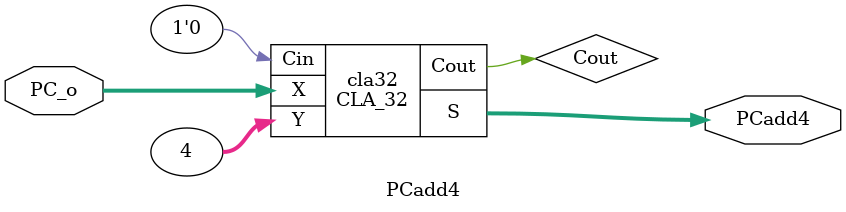
<source format=v>
module CLA_4(X, Y, Cin, S, Cout);
input [3:0] X;
input [3:0] Y;
input Cin;
output [3:0] S;
output Cout;
and get_0_0_0(tmp_0_0_0, X[0], Y[0]);
or get_0_0_1(tmp_0_0_1, X[0], Y[0]);
and get_0_1_0(tmp_0_1_0, X[1], Y[1]);
or get_0_1_1(tmp_0_1_1, X[1], Y[1]);
and get_0_2_0(tmp_0_2_0, X[2], Y[2]);
or get_0_2_1(tmp_0_2_1, X[2], Y[2]);
and get_0_3_0(tmp_0_3_0, X[3], Y[3]);
or get_0_3_1(tmp_0_3_1, X[3], Y[3]);
and get_1_0_0(tmp_1_0_0, ~tmp_0_0_0, tmp_0_0_1);
xor getS0(S0, tmp_1_0_0, Cin);
and get_1_1_0(tmp_1_1_0, ~tmp_0_1_0, tmp_0_1_1);
not get_1_1_1(tmp_1_1_1, tmp_0_0_0);
nand get_1_1_2(tmp_1_1_2, Cin, tmp_0_0_1);
nand get_2_0_0(tmp_2_0_0, tmp_1_1_1, tmp_1_1_2);
xor getS1(S1, tmp_1_1_0, tmp_2_0_0);
and get_1_2_0(tmp_1_2_0, ~tmp_0_2_0, tmp_0_2_1);
not get_1_2_1(tmp_1_2_1, tmp_0_1_0);
nand get_1_2_2(tmp_1_2_2, tmp_0_1_1, tmp_0_0_0);
nand get_1_2_3(tmp_1_2_3, tmp_0_1_1, tmp_0_0_1, Cin);
nand get_2_1_0(tmp_2_1_0, tmp_1_2_1, tmp_1_2_2, tmp_1_2_3);
xor getS2(S2, tmp_1_2_0, tmp_2_1_0);
and get_1_3_0(tmp_1_3_0, ~tmp_0_3_0, tmp_0_3_1);
not get_1_3_1(tmp_1_3_1, tmp_0_2_0);
nand get_1_3_2(tmp_1_3_2, tmp_0_2_1, tmp_0_1_0);
nand get_1_3_3(tmp_1_3_3, tmp_0_2_1, tmp_0_1_1, tmp_0_0_0);
nand get_1_3_4(tmp_1_3_4, tmp_0_2_1, tmp_0_1_1, tmp_0_0_1, Cin); 
nand get_2_2_0(tmp_2_2_0, tmp_1_3_1, tmp_1_3_2, tmp_1_3_3, tmp_1_3_4);
xor getS3(S3, tmp_1_3_0, tmp_2_2_0);
not get_1_4_0(tmp_1_4_0, tmp_0_3_0);
nand get_1_4_1(tmp_1_4_1, tmp_0_3_1, tmp_0_2_0);
nand get_1_4_2(tmp_1_4_2, tmp_0_3_1, tmp_0_2_1, tmp_0_1_0);
nand get_1_4_3(tmp_1_4_3, tmp_0_3_1, tmp_0_2_1, tmp_0_1_1, tmp_0_0_0);
nand get_1_4_4(tmp_1_4_4, tmp_0_3_1, tmp_0_2_1, tmp_0_1_1, tmp_0_0_1, Cin);
nand getCout(Cout, tmp_1_4_0, tmp_1_4_1, tmp_1_4_2, tmp_1_4_3,tmp_1_4_4);
assign S = {S3,S2,S1,S0};
endmodule

module CLA_32(X, Y, Cin, S, Cout);
input [31:0] X, Y; 
input Cin;   
output [31:0] S;
output Cout;
wire Cout0, Cout1, Cout2, Cout3, Cout4, Cout5, Cout6;    
CLA_4 add0 (X[3:0], Y[3:0], Cin, S[3:0], Cout0);
CLA_4 add1 (X[7:4], Y[7:4], Cout0, S[7:4], Cout1);
CLA_4 add2 (X[11:8], Y[11:8], Cout1, S[11:8], Cout2);
CLA_4 add3 (X[15:12], Y[15:12], Cout2, S[15:12], Cout3);
CLA_4 add4 (X[19:16], Y[19:16], Cout3, S[19:16], Cout4);
CLA_4 add5 (X[23:20], Y[23:20], Cout4, S[23:20], Cout5);
CLA_4 add6 (X[27:24], Y[27:24], Cout5, S[27:24], Cout6);
CLA_4 add7 (X[31:28], Y[31:28], Cout6, S[31:28], Cout);
endmodule

module PCadd4(PC_o,PCadd4);
input [31:0] PC_o;//偏移量
output [31:0] PCadd4;//新指令地址
CLA_32 cla32(PC_o,4,0, PCadd4, Cout);
endmodule

</source>
